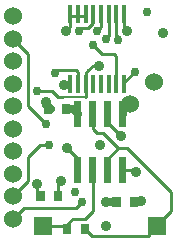
<source format=gbr>
G04 start of page 5 for group 3 idx 3 *
G04 Title: (unknown), signal3 *
G04 Creator: pcb 1.99z *
G04 CreationDate: Tue 11 Mar 2014 07:33:07 PM GMT UTC *
G04 For: ben *
G04 Format: Gerber/RS-274X *
G04 PCB-Dimensions (mil): 6000.00 5000.00 *
G04 PCB-Coordinate-Origin: lower left *
%MOIN*%
%FSLAX25Y25*%
%LNBOTTOM*%
%ADD57C,0.0380*%
%ADD56C,0.0130*%
%ADD55C,0.0200*%
%ADD54C,0.0350*%
%ADD53C,0.0300*%
%ADD52C,0.0360*%
%ADD51R,0.0276X0.0276*%
%ADD50R,0.0240X0.0240*%
%ADD49R,0.0130X0.0130*%
%ADD48C,0.0001*%
%ADD47C,0.0600*%
%ADD46C,0.0060*%
%ADD45C,0.0250*%
%ADD44C,0.0100*%
G54D44*X171500Y442500D02*X173000Y441000D01*
X175000D01*
X171500Y447450D02*Y442500D01*
X176500Y447450D02*Y444500D01*
X166500Y428550D02*Y432500D01*
X163000Y436000D01*
X171500Y422500D02*Y428550D01*
G54D45*X176000Y418000D02*X179441D01*
G54D44*X168000D02*X167500Y417500D01*
X169000Y412500D02*X171500Y415000D01*
Y430000D02*Y415000D01*
X175000Y441000D02*X180000Y436000D01*
X183000D01*
X176500Y444500D02*X181000Y440000D01*
X176500Y432500D02*X180000Y436000D01*
X181500Y428550D02*X185450D01*
X176500D02*Y432500D01*
X185450Y428550D02*X186000Y428000D01*
X183000Y436000D02*X197500Y421500D01*
G54D45*X185358Y418000D02*X187000D01*
X185000Y450000D02*X184000Y451000D01*
X181500Y447450D02*Y448500D01*
X184000Y451000D01*
G54D44*X193000Y410000D02*Y410500D01*
X197500Y415000D01*
Y421500D01*
X193000Y410000D02*X189800Y406800D01*
X171153D01*
X168953Y409000D01*
G54D45*X156000Y451500D02*Y450441D01*
X157441Y449000D01*
G54D44*X156000Y444000D02*X150000Y450000D01*
X157000Y437000D02*X154000D01*
X150000Y433000D01*
Y425000D01*
X160000Y420000D02*Y424000D01*
X153000D02*Y421094D01*
X154094Y420000D01*
X150000Y425000D02*X145000Y420000D01*
X160000Y424000D02*X161000Y425000D01*
X155000Y410000D02*X162047D01*
X163047Y409000D01*
Y410547D01*
X165000Y412500D01*
X169000D01*
X168000Y418000D02*X166000Y416000D01*
X148500D01*
X145000Y412500D01*
X164000Y480000D02*X168548D01*
X169162Y480614D01*
X170000Y476000D02*X168000D01*
X167000Y475000D01*
X164000Y476500D02*X162500Y475000D01*
X171721Y480614D02*Y477721D01*
Y480614D02*Y477721D01*
X181956Y476044D02*X183000Y475000D01*
X180000Y472000D02*Y473000D01*
X179397Y473603D01*
Y480614D01*
X176838D02*Y473338D01*
X176000Y472500D01*
X171721Y477721D02*X170000Y476000D01*
X173000Y475000D02*X174279Y476279D01*
Y480614D02*Y476279D01*
X164000Y482000D02*Y476500D01*
X181956Y480614D02*Y476044D01*
X179397Y457386D02*Y466603D01*
X178500Y467500D01*
X181956Y457386D02*Y457956D01*
X169162Y457386D02*Y461162D01*
X170000Y462000D01*
X171500Y463500D01*
X166603Y457386D02*Y461397D01*
X166000Y462000D01*
X163000D02*X166000D01*
X171500Y463500D02*X173500D01*
X181956Y457956D02*X185500Y461500D01*
X178500Y467500D02*X174500D01*
X171500Y470500D01*
G54D45*X166500Y447450D02*X164950Y449000D01*
X162559D01*
G54D44*X158000Y455000D02*X153000D01*
X150000Y450000D02*Y467500D01*
X145000Y472500D01*
X164044Y457386D02*Y456044D01*
X169162Y457386D02*Y453162D01*
X169000Y453000D01*
X164044Y456956D02*X162044D01*
X162000Y457000D01*
G54D46*X169000Y453000D02*X161500D01*
G54D44*X160000D01*
X158000Y455000D01*
X159000Y461000D02*X160000Y462000D01*
X164000D02*X160000D01*
G54D47*X145000Y480000D03*
Y472500D03*
Y465000D03*
Y457500D03*
Y450000D03*
G54D48*G36*
X190000Y413000D02*Y407000D01*
X196000D01*
Y413000D01*
X190000D01*
G37*
G36*
X152000D02*Y407000D01*
X158000D01*
Y413000D01*
X152000D01*
G37*
G54D47*X145000Y442500D03*
Y435000D03*
Y427500D03*
Y420000D03*
Y412500D03*
G54D49*X181956Y459689D02*Y455083D01*
X179397Y459689D02*Y455083D01*
X166603Y459689D02*Y455083D01*
X164044Y459689D02*Y455083D01*
G54D50*X166500Y450600D02*Y444300D01*
G54D51*X156654Y449197D02*Y448803D01*
X162559Y449197D02*Y448803D01*
G54D50*X171500Y450600D02*Y444300D01*
X176500Y450600D02*Y444300D01*
X181500Y450600D02*Y444300D01*
G54D49*X176838Y459689D02*Y455083D01*
X174279Y459689D02*Y455083D01*
X171721Y459689D02*Y455083D01*
X169162Y459689D02*Y455083D01*
G54D50*X171500Y431700D02*Y425400D01*
X166500Y431700D02*Y425400D01*
G54D51*X160000Y420197D02*Y419803D01*
X154094Y420197D02*Y419803D01*
X168953Y409197D02*Y408803D01*
X163047Y409197D02*Y408803D01*
X179453Y418197D02*Y417803D01*
G54D50*X181500Y431700D02*Y425400D01*
X176500Y431700D02*Y425400D01*
G54D51*X185358Y418197D02*Y417803D01*
G54D49*X164044Y482917D02*Y478311D01*
X166603Y482917D02*Y478311D01*
X169162Y482917D02*Y478311D01*
X171721Y482917D02*Y478311D01*
X174279Y482917D02*Y478311D01*
X176838Y482917D02*Y478311D01*
X179397Y482917D02*Y478311D01*
X181956Y482917D02*Y478311D01*
G54D47*X184010Y450753D03*
G54D52*X181000Y440000D03*
X162500Y475000D03*
G54D53*X167000D03*
G54D52*X156000Y451500D03*
G54D53*Y444000D03*
X153000Y455000D03*
G54D52*X162000Y457000D03*
G54D53*X159000Y461000D03*
G54D52*X183000Y475000D03*
X173500Y463500D03*
G54D53*X180000Y472000D03*
X176000Y472500D03*
X173000Y475000D03*
X171500Y470500D03*
X185500Y461500D03*
G54D47*X192000Y458000D03*
G54D53*X189500Y481500D03*
G54D52*X195000Y474500D03*
X161000Y425000D03*
X153000Y424000D03*
X174000Y437000D03*
X162937Y436144D03*
G54D53*X157000Y437000D03*
G54D52*X176000Y410000D03*
Y418000D03*
X186000Y428000D03*
X187500Y418500D03*
G54D53*X165500Y421500D03*
X168000Y418000D03*
G54D54*G54D55*G54D56*G54D55*G54D56*G54D55*G54D56*G54D55*G54D56*G54D54*G54D56*G54D55*G54D56*G54D55*G54D56*G54D54*G54D57*G54D54*M02*

</source>
